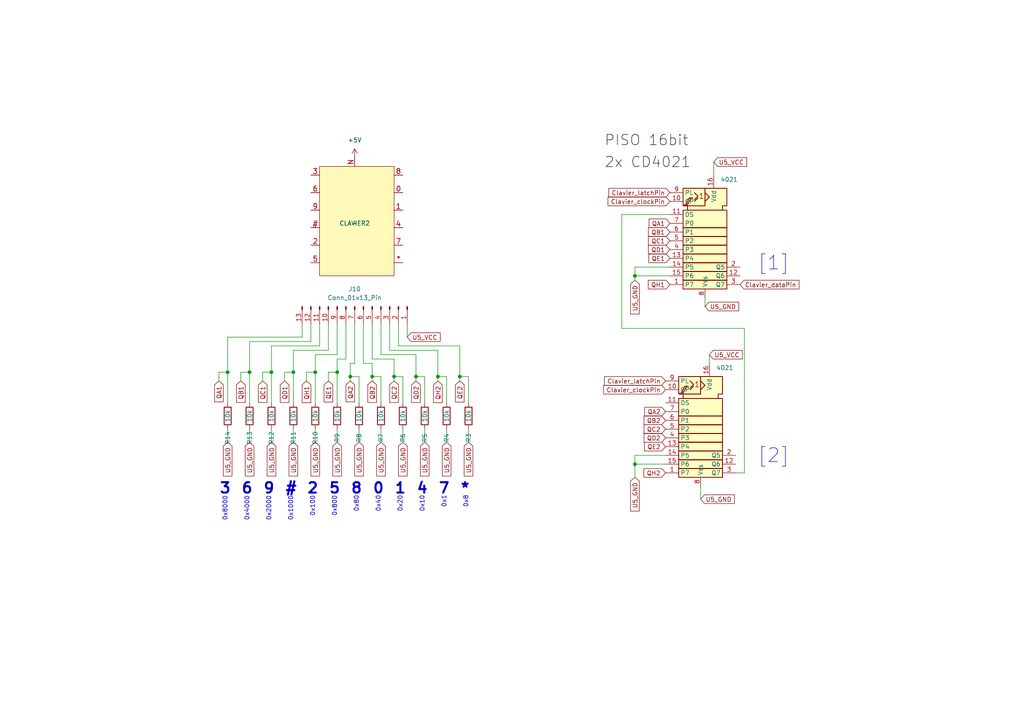
<source format=kicad_sch>
(kicad_sch (version 20230121) (generator eeschema)
  (paper "A4")
  (lib_symbols
    (symbol "4xxx_IEEE:4021"
      (property "Reference" "U" (at 7.62 7.62 0))
      (property "Value" "4021" (at 7.62 -21.59 0))
      (symbol "4021_0_0"
        (polyline (pts (xy -6.096 4.064) (xy -5.08 4.064) (xy -4.064 6.096) (xy -3.556 6.096) (xy -4.572 6.096) (xy -5.588 4.064) (xy -5.588 4.064)) (stroke (width 0.254)) (fill (type background)))
        (text "1" (at -1.016 6.604 0) (effects (font (size 1.524 1.524))))
      )
      (symbol "4021_0_1"
        (rectangle (start -6.35 -17.78) (end 6.35 -20.32) (stroke (width 0.254)) (fill (type background)))
        (rectangle (start -6.35 -15.24) (end 6.35 -17.78) (stroke (width 0.254)) (fill (type background)))
        (rectangle (start -6.35 -12.7) (end 6.35 -15.24) (stroke (width 0.254)) (fill (type background)))
        (rectangle (start -6.35 -10.16) (end 6.35 -12.7) (stroke (width 0.254)) (fill (type background)))
        (rectangle (start -6.35 -7.62) (end 6.35 -10.16) (stroke (width 0.254)) (fill (type background)))
        (rectangle (start -6.35 -5.08) (end 6.35 -7.62) (stroke (width 0.254)) (fill (type background)))
        (rectangle (start -6.35 -2.54) (end 6.35 -5.08) (stroke (width 0.254)) (fill (type background)))
        (rectangle (start -6.35 2.54) (end 6.35 -2.54) (stroke (width 0.254)) (fill (type background)))
        (polyline (pts (xy -3.048 5.08) (xy -2.032 6.096) (xy -2.032 6.096)) (stroke (width 0.254)) (fill (type background)))
        (polyline (pts (xy -3.048 7.62) (xy -2.032 6.604) (xy -3.048 5.588) (xy -3.048 5.588)) (stroke (width 0.254)) (fill (type background)))
        (polyline (pts (xy 0 7.62) (xy 1.27 6.35) (xy 0 5.08) (xy 0 5.08)) (stroke (width 0.254)) (fill (type background)))
        (polyline (pts (xy 0 8.89) (xy 0 3.81) (xy -5.08 3.81) (xy -5.08 3.81)) (stroke (width 0.254)) (fill (type background)))
        (polyline (pts (xy -5.08 2.54) (xy -5.08 3.81) (xy -6.35 3.81) (xy -6.35 8.89) (xy 6.35 8.89) (xy 6.35 3.81) (xy 5.08 3.81) (xy 5.08 2.54) (xy 5.08 2.54)) (stroke (width 0.254)) (fill (type background)))
        (pin power_in line (at 2.54 12.7 270) (length 3.81) (name "Vdd") (number "16"))
        (pin power_in line (at 0 -22.86 90) (length 2.54) (name "Vss") (number "8"))
      )
      (symbol "4021_1_1"
        (pin input line (at -10.16 -19.05 0) (length 3.81) (name "P7") (number "1"))
        (pin output line (at -10.16 5.08 0) (length 3.81) (name "CP") (number "10"))
        (pin output line (at -10.16 1.27 0) (length 3.81) (name "DS") (number "11"))
        (pin output line (at 10.16 -16.51 180) (length 3.81) (name "Q6") (number "12"))
        (pin input line (at -10.16 -11.43 0) (length 3.81) (name "P4") (number "13"))
        (pin input line (at -10.16 -13.97 0) (length 3.81) (name "P5") (number "14"))
        (pin input line (at -10.16 -16.51 0) (length 3.81) (name "P6") (number "15"))
        (pin output line (at 10.16 -13.97 180) (length 3.81) (name "Q5") (number "2"))
        (pin output line (at 10.16 -19.05 180) (length 3.81) (name "Q7") (number "3"))
        (pin input line (at -10.16 -8.89 0) (length 3.81) (name "P3") (number "4"))
        (pin input line (at -10.16 -6.35 0) (length 3.81) (name "P2") (number "5"))
        (pin input line (at -10.16 -3.81 0) (length 3.81) (name "P1") (number "6"))
        (pin input line (at -10.16 -1.27 0) (length 3.81) (name "P0") (number "7"))
        (pin output line (at -10.16 7.62 0) (length 3.81) (name "PL") (number "9"))
      )
    )
    (symbol "CLAV1_1" (pin_names (offset 40))
      (property "Reference" "CLAVIER" (at 0 17.78 0))
      (symbol "CLAV1_1_1_1"
        (rectangle (start -11.43 15.24) (end 10.16 -16.51) (fill (type color) (color 255 249 186 1)))
        (pin input line (at 12.7 1.27 180) (length 2.54) (name "") (number "#"))
        (pin input line (at -13.97 11.43 0) (length 2.54) (name "") (number "*"))
        (pin input line (at -13.97 -8.89 0) (length 2.54) (name "") (number "0"))
        (pin input line (at -13.97 -3.81 0) (length 2.54) (name "") (number "1"))
        (pin input line (at 12.7 6.35 180) (length 2.54) (name "") (number "2"))
        (pin input line (at 12.7 -13.97 180) (length 2.54) (name "") (number "3"))
        (pin input line (at -13.97 1.27 0) (length 2.54) (name "") (number "4"))
        (pin input line (at 12.7 11.43 180) (length 2.54) (name "") (number "5"))
        (pin input line (at 12.7 -8.89 180) (length 2.54) (name "") (number "6"))
        (pin input line (at -13.97 6.35 0) (length 2.54) (name "") (number "7"))
        (pin input line (at -13.97 -13.97 0) (length 2.54) (name "") (number "8"))
        (pin input line (at 12.7 -3.81 180) (length 2.54) (name "") (number "9"))
        (pin power_out line (at 0 -19.05 90) (length 2.54) (name "") (number "N"))
      )
    )
    (symbol "Connector:Conn_01x13_Pin" (pin_names (offset 1.016) hide)
      (property "Reference" "J" (at 0 17.78 0))
      (property "Value" "Conn_01x13_Pin" (at 0 -17.78 0))
      (symbol "Conn_01x13_Pin_1_1"
        (polyline (pts (xy 1.27 -15.24) (xy 0.8636 -15.24)) (stroke (width 0.1524)))
        (polyline (pts (xy 1.27 -12.7) (xy 0.8636 -12.7)) (stroke (width 0.1524)))
        (polyline (pts (xy 1.27 -10.16) (xy 0.8636 -10.16)) (stroke (width 0.1524)))
        (polyline (pts (xy 1.27 -7.62) (xy 0.8636 -7.62)) (stroke (width 0.1524)))
        (polyline (pts (xy 1.27 -5.08) (xy 0.8636 -5.08)) (stroke (width 0.1524)))
        (polyline (pts (xy 1.27 -2.54) (xy 0.8636 -2.54)) (stroke (width 0.1524)))
        (polyline (pts (xy 1.27 0) (xy 0.8636 0)) (stroke (width 0.1524)))
        (polyline (pts (xy 1.27 2.54) (xy 0.8636 2.54)) (stroke (width 0.1524)))
        (polyline (pts (xy 1.27 5.08) (xy 0.8636 5.08)) (stroke (width 0.1524)))
        (polyline (pts (xy 1.27 7.62) (xy 0.8636 7.62)) (stroke (width 0.1524)))
        (polyline (pts (xy 1.27 10.16) (xy 0.8636 10.16)) (stroke (width 0.1524)))
        (polyline (pts (xy 1.27 12.7) (xy 0.8636 12.7)) (stroke (width 0.1524)))
        (polyline (pts (xy 1.27 15.24) (xy 0.8636 15.24)) (stroke (width 0.1524)))
        (rectangle (start 0.8636 -15.113) (end 0 -15.367) (stroke (width 0.1524)) (fill (type outline)))
        (rectangle (start 0.8636 -12.573) (end 0 -12.827) (stroke (width 0.1524)) (fill (type outline)))
        (rectangle (start 0.8636 -10.033) (end 0 -10.287) (stroke (width 0.1524)) (fill (type outline)))
        (rectangle (start 0.8636 -7.493) (end 0 -7.747) (stroke (width 0.1524)) (fill (type outline)))
        (rectangle (start 0.8636 -4.953) (end 0 -5.207) (stroke (width 0.1524)) (fill (type outline)))
        (rectangle (start 0.8636 -2.413) (end 0 -2.667) (stroke (width 0.1524)) (fill (type outline)))
        (rectangle (start 0.8636 0.127) (end 0 -0.127) (stroke (width 0.1524)) (fill (type outline)))
        (rectangle (start 0.8636 2.667) (end 0 2.413) (stroke (width 0.1524)) (fill (type outline)))
        (rectangle (start 0.8636 5.207) (end 0 4.953) (stroke (width 0.1524)) (fill (type outline)))
        (rectangle (start 0.8636 7.747) (end 0 7.493) (stroke (width 0.1524)) (fill (type outline)))
        (rectangle (start 0.8636 10.287) (end 0 10.033) (stroke (width 0.1524)) (fill (type outline)))
        (rectangle (start 0.8636 12.827) (end 0 12.573) (stroke (width 0.1524)) (fill (type outline)))
        (rectangle (start 0.8636 15.367) (end 0 15.113) (stroke (width 0.1524)) (fill (type outline)))
        (pin passive line (at 5.08 15.24 180) (length 3.81) (name "Pin_1") (number "1"))
        (pin passive line (at 5.08 -7.62 180) (length 3.81) (name "Pin_10") (number "10"))
        (pin passive line (at 5.08 -10.16 180) (length 3.81) (name "Pin_11") (number "11"))
        (pin passive line (at 5.08 -12.7 180) (length 3.81) (name "Pin_12") (number "12"))
        (pin passive line (at 5.08 -15.24 180) (length 3.81) (name "Pin_13") (number "13"))
        (pin passive line (at 5.08 12.7 180) (length 3.81) (name "Pin_2") (number "2"))
        (pin passive line (at 5.08 10.16 180) (length 3.81) (name "Pin_3") (number "3"))
        (pin passive line (at 5.08 7.62 180) (length 3.81) (name "Pin_4") (number "4"))
        (pin passive line (at 5.08 5.08 180) (length 3.81) (name "Pin_5") (number "5"))
        (pin passive line (at 5.08 2.54 180) (length 3.81) (name "Pin_6") (number "6"))
        (pin passive line (at 5.08 0 180) (length 3.81) (name "Pin_7") (number "7"))
        (pin passive line (at 5.08 -2.54 180) (length 3.81) (name "Pin_8") (number "8"))
        (pin passive line (at 5.08 -5.08 180) (length 3.81) (name "Pin_9") (number "9"))
      )
    )
    (symbol "Device:R" (pin_numbers hide) (pin_names (offset 0))
      (property "Reference" "R" (at 2.032 0 90))
      (property "Value" "R" (at 0 0 90))
      (symbol "R_0_1"
        (rectangle (start -1.016 -2.54) (end 1.016 2.54) (stroke (width 0.254)))
      )
      (symbol "R_1_1"
        (pin passive line (at 0 3.81 270) (length 1.27) (name "~") (number "1"))
        (pin passive line (at 0 -3.81 90) (length 1.27) (name "~") (number "2"))
      )
    )
    (symbol "power:+5V" (power) (pin_names (offset 0))
      (property "Value" "+5V" (at 0 3.556 0))
      (symbol "+5V_0_1"
        (polyline (pts (xy -0.762 1.27) (xy 0 2.54)))
        (polyline (pts (xy 0 0) (xy 0 2.54)))
        (polyline (pts (xy 0 2.54) (xy 0.762 1.27)))
      )
      (symbol "+5V_1_1"
        (pin power_in line (at 0 0 90) (length 0) hide (name "+5V") (number "1"))
      )
    )
  )
  (junction (at 184.15 134.62))
  (junction (at 184.15 80.01))
  (junction (at 120.65 109.22))
  (junction (at 127 109.22))
  (junction (at 72.39 107.95))
  (junction (at 91.44 107.95))
  (junction (at 133.35 109.22))
  (junction (at 101.6 109.22))
  (junction (at 97.79 107.95))
  (junction (at 85.09 107.95))
  (junction (at 107.95 109.22))
  (junction (at 66.04 107.95))
  (junction (at 78.74 107.95))
  (junction (at 114.3 109.22))
  (wire (pts (xy 205.74 102.87) (xy 205.74 105.41)))
  (wire (pts (xy 203.2 140.97) (xy 203.2 144.78)))
  (wire (pts (xy 123.19 128.27) (xy 123.19 124.46)))
  (wire (pts (xy 85.09 101.6) (xy 85.09 107.95)))
  (wire (pts (xy 97.79 93.98) (xy 97.79 102.87)))
  (wire (pts (xy 107.95 105.41) (xy 107.95 109.22)))
  (wire (pts (xy 91.44 128.27) (xy 91.44 124.46)))
  (wire (pts (xy 127 101.6) (xy 127 109.22)))
  (wire (pts (xy 104.14 128.27) (xy 104.14 124.46)))
  (wire (pts (xy 100.33 104.14) (xy 97.79 104.14)))
  (wire (pts (xy 97.79 102.87) (xy 91.44 102.87)))
  (wire (pts (xy 215.9 95.25) (xy 180.34 95.25)))
  (wire (pts (xy 135.89 116.84) (xy 135.89 109.22)))
  (wire (pts (xy 105.41 105.41) (xy 105.41 93.98)))
  (wire (pts (xy 91.44 107.95) (xy 91.44 116.84)))
  (wire (pts (xy 135.89 109.22) (xy 133.35 109.22)))
  (wire (pts (xy 72.39 107.95) (xy 69.85 107.95)))
  (wire (pts (xy 104.14 109.22) (xy 101.6 109.22)))
  (wire (pts (xy 114.3 104.14) (xy 114.3 109.22)))
  (wire (pts (xy 85.09 107.95) (xy 82.55 107.95)))
  (wire (pts (xy 184.15 80.01) (xy 194.31 80.01)))
  (wire (pts (xy 95.25 101.6) (xy 85.09 101.6)))
  (wire (pts (xy 133.35 100.33) (xy 115.57 100.33)))
  (wire (pts (xy 116.84 128.27) (xy 116.84 124.46)))
  (wire (pts (xy 123.19 116.84) (xy 123.19 109.22)))
  (wire (pts (xy 101.6 109.22) (xy 101.6 110.49)))
  (wire (pts (xy 97.79 128.27) (xy 97.79 124.46)))
  (wire (pts (xy 90.17 93.98) (xy 90.17 99.06)))
  (wire (pts (xy 91.44 102.87) (xy 91.44 107.95)))
  (wire (pts (xy 184.15 134.62) (xy 193.04 134.62)))
  (wire (pts (xy 107.95 104.14) (xy 114.3 104.14)))
  (wire (pts (xy 101.6 105.41) (xy 101.6 109.22)))
  (wire (pts (xy 97.79 104.14) (xy 97.79 107.95)))
  (wire (pts (xy 85.09 128.27) (xy 85.09 124.46)))
  (wire (pts (xy 102.87 105.41) (xy 102.87 93.98)))
  (wire (pts (xy 63.5 107.95) (xy 63.5 110.49)))
  (wire (pts (xy 110.49 102.87) (xy 110.49 93.98)))
  (wire (pts (xy 97.79 107.95) (xy 97.79 116.84)))
  (wire (pts (xy 66.04 107.95) (xy 63.5 107.95)))
  (wire (pts (xy 72.39 99.06) (xy 72.39 107.95)))
  (wire (pts (xy 107.95 93.98) (xy 107.95 104.14)))
  (wire (pts (xy 97.79 107.95) (xy 95.25 107.95)))
  (wire (pts (xy 133.35 109.22) (xy 133.35 110.49)))
  (wire (pts (xy 133.35 100.33) (xy 133.35 109.22)))
  (wire (pts (xy 113.03 101.6) (xy 127 101.6)))
  (wire (pts (xy 87.63 93.98) (xy 87.63 97.79)))
  (wire (pts (xy 91.44 107.95) (xy 88.9 107.95)))
  (wire (pts (xy 100.33 104.14) (xy 100.33 93.98)))
  (wire (pts (xy 204.47 88.9) (xy 204.47 86.36)))
  (wire (pts (xy 129.54 109.22) (xy 127 109.22)))
  (wire (pts (xy 129.54 128.27) (xy 129.54 124.46)))
  (wire (pts (xy 104.14 116.84) (xy 104.14 109.22)))
  (wire (pts (xy 107.95 105.41) (xy 105.41 105.41)))
  (wire (pts (xy 116.84 116.84) (xy 116.84 109.22)))
  (wire (pts (xy 69.85 107.95) (xy 69.85 110.49)))
  (wire (pts (xy 184.15 132.08) (xy 193.04 132.08)))
  (wire (pts (xy 107.95 109.22) (xy 107.95 110.49)))
  (wire (pts (xy 180.34 62.23) (xy 194.31 62.23)))
  (wire (pts (xy 115.57 100.33) (xy 115.57 93.98)))
  (wire (pts (xy 135.89 128.27) (xy 135.89 124.46)))
  (wire (pts (xy 78.74 107.95) (xy 76.2 107.95)))
  (wire (pts (xy 184.15 77.47) (xy 184.15 80.01)))
  (wire (pts (xy 85.09 107.95) (xy 85.09 116.84)))
  (wire (pts (xy 180.34 95.25) (xy 180.34 62.23)))
  (wire (pts (xy 66.04 128.27) (xy 66.04 124.46)))
  (wire (pts (xy 66.04 97.79) (xy 66.04 107.95)))
  (wire (pts (xy 120.65 102.87) (xy 110.49 102.87)))
  (wire (pts (xy 184.15 81.28) (xy 184.15 80.01)))
  (wire (pts (xy 92.71 100.33) (xy 78.74 100.33)))
  (wire (pts (xy 72.39 107.95) (xy 72.39 116.84)))
  (wire (pts (xy 72.39 128.27) (xy 72.39 124.46)))
  (wire (pts (xy 110.49 116.84) (xy 110.49 109.22)))
  (wire (pts (xy 213.36 137.16) (xy 215.9 137.16)))
  (wire (pts (xy 78.74 128.27) (xy 78.74 124.46)))
  (wire (pts (xy 184.15 138.43) (xy 184.15 134.62)))
  (wire (pts (xy 114.3 109.22) (xy 114.3 110.49)))
  (wire (pts (xy 120.65 102.87) (xy 120.65 109.22)))
  (wire (pts (xy 215.9 137.16) (xy 215.9 95.25)))
  (wire (pts (xy 82.55 107.95) (xy 82.55 110.49)))
  (wire (pts (xy 88.9 107.95) (xy 88.9 110.49)))
  (wire (pts (xy 92.71 100.33) (xy 92.71 93.98)))
  (wire (pts (xy 66.04 107.95) (xy 66.04 116.84)))
  (wire (pts (xy 184.15 134.62) (xy 184.15 132.08)))
  (wire (pts (xy 90.17 99.06) (xy 72.39 99.06)))
  (wire (pts (xy 118.11 97.79) (xy 118.11 93.98)))
  (wire (pts (xy 110.49 128.27) (xy 110.49 124.46)))
  (wire (pts (xy 87.63 97.79) (xy 66.04 97.79)))
  (wire (pts (xy 127 109.22) (xy 127 110.49)))
  (wire (pts (xy 110.49 109.22) (xy 107.95 109.22)))
  (wire (pts (xy 123.19 109.22) (xy 120.65 109.22)))
  (wire (pts (xy 116.84 109.22) (xy 114.3 109.22)))
  (wire (pts (xy 76.2 110.49) (xy 76.2 107.95)))
  (wire (pts (xy 78.74 107.95) (xy 78.74 116.84)))
  (wire (pts (xy 207.01 46.99) (xy 207.01 50.8)))
  (wire (pts (xy 95.25 93.98) (xy 95.25 101.6)))
  (wire (pts (xy 113.03 93.98) (xy 113.03 101.6)))
  (wire (pts (xy 95.25 107.95) (xy 95.25 110.49)))
  (wire (pts (xy 78.74 100.33) (xy 78.74 107.95)))
  (wire (pts (xy 129.54 116.84) (xy 129.54 109.22)))
  (wire (pts (xy 194.31 77.47) (xy 184.15 77.47)))
  (wire (pts (xy 120.65 109.22) (xy 120.65 110.49)))
  (wire (pts (xy 101.6 105.41) (xy 102.87 105.41)))
  (text "2" (at 88.9 143.51 0) (effects (font (size 3 3) (thickness 0.6) bold) (justify left bottom)))
  (text "0x80" (at 104.14 148.59 90) (effects (font (size 1.27 1.27)) (justify left bottom)))
  (text "0x4000" (at 72.39 151.13 90) (effects (font (size 1.27 1.27)) (justify left bottom)))
  (text "0x800" (at 97.79 149.86 90) (effects (font (size 1.27 1.27)) (justify left bottom)))
  (text "0x8" (at 135.89 147.32 90) (effects (font (size 1.27 1.27)) (justify left bottom)))
  (text "[2]" (at 219.71 134.62 0) (effects (font (size 4 4)) (justify left bottom)))
  (text "1" (at 114.3 143.51 0) (effects (font (size 3 3) (thickness 0.6) bold) (justify left bottom)))
  (text "0" (at 107.95 143.51 0) (effects (font (size 3 3) (thickness 0.6) bold) (justify left bottom)))
  (text "7" (at 127 143.51 0) (effects (font (size 3 3) (thickness 0.6) bold) (justify left bottom)))
  (text "0x1" (at 129.54 147.32 90) (effects (font (size 1.27 1.27)) (justify left bottom)))
  (text "0x2000" (at 78.74 151.13 90) (effects (font (size 1.27 1.27)) (justify left bottom)))
  (text "0x40" (at 110.49 148.59 90) (effects (font (size 1.27 1.27)) (justify left bottom)))
  (text "8" (at 101.6 143.51 0) (effects (font (size 3 3) (thickness 0.6) bold) (justify left bottom)))
  (text "#" (at 82.55 143.51 0) (effects (font (size 3 3) (thickness 0.6) bold) (justify left bottom)))
  (text "0x20" (at 116.84 148.59 90) (effects (font (size 1.27 1.27)) (justify left bottom)))
  (text "[1]" (at 219.71 78.74 0) (effects (font (size 4 4)) (justify left bottom)))
  (text "3" (at 63.5 143.51 0) (effects (font (size 3 3) (thickness 0.6) bold) (justify left bottom)))
  (text "0x8000" (at 66.04 151.13 90) (effects (font (size 1.27 1.27)) (justify left bottom)))
  (text "5" (at 95.25 143.51 0) (effects (font (size 3 3) (thickness 0.6) bold) (justify left bottom)))
  (text "*" (at 133.35 143.51 0) (effects (font (size 3 3) (thickness 0.6) bold) (justify left bottom)))
  (text "9" (at 76.2 143.51 0) (effects (font (size 3 3) (thickness 0.6) bold) (justify left bottom)))
  (text "0x1000" (at 85.09 151.13 90) (effects (font (size 1.27 1.27)) (justify left bottom)))
  (text "0x100" (at 91.44 149.86 90) (effects (font (size 1.27 1.27)) (justify left bottom)))
  (text "4" (at 120.65 143.51 0) (effects (font (size 3 3) (thickness 0.6) bold) (justify left bottom)))
  (text "0x10" (at 123.19 148.59 90) (effects (font (size 1.27 1.27)) (justify left bottom)))
  (text "6" (at 69.85 143.51 0) (effects (font (size 3 3) (thickness 0.6) bold) (justify left bottom)))
  (label "2x CD4021" (at 175.26 49.53 0) (effects (font (size 3 3))))
  (label "PISO 16bit" (at 175.26 43.18 0) (effects (font (size 3 3))))
  (global_label "QE2" (shape input) (at 193.04 129.54 180) (property "Intersheetrefs" "${INTERSHEET_REFS}" (effects hide)))
  (global_label "QA1" (shape input) (at 194.31 64.77 180) (property "Intersheetrefs" "${INTERSHEET_REFS}" (effects hide)))
  (global_label "QH1" (shape input) (at 88.9 110.49 270) (property "Intersheetrefs" "${INTERSHEET_REFS}" (effects hide)))
  (global_label "Clavier_latchPin" (shape input) (at 194.31 55.88 180) (property "Intersheetrefs" "${INTERSHEET_REFS}" (effects hide)))
  (global_label "QC2" (shape input) (at 193.04 124.46 180) (property "Intersheetrefs" "${INTERSHEET_REFS}" (effects hide)))
  (global_label "Clavier_dataPin" (shape input) (at 214.63 82.55 0) (property "Intersheetrefs" "${INTERSHEET_REFS}" (effects hide)))
  (global_label "U5_GND" (shape input) (at 184.15 138.43 270) (property "Intersheetrefs" "${INTERSHEET_REFS}" (effects hide)))
  (global_label "QA2" (shape input) (at 101.6 110.49 270) (property "Intersheetrefs" "${INTERSHEET_REFS}" (effects hide)))
  (global_label "QB1" (shape input) (at 194.31 67.31 180) (property "Intersheetrefs" "${INTERSHEET_REFS}" (effects hide)))
  (global_label "Clavier_latchPin" (shape input) (at 193.04 110.49 180) (property "Intersheetrefs" "${INTERSHEET_REFS}" (effects hide)))
  (global_label "U5_VCC" (shape input) (at 118.11 97.79 0) (property "Intersheetrefs" "${INTERSHEET_REFS}" (effects hide)))
  (global_label "U5_GND" (shape input) (at 116.84 128.27 270) (property "Intersheetrefs" "${INTERSHEET_REFS}" (effects hide)))
  (global_label "QD2" (shape input) (at 193.04 127 180) (property "Intersheetrefs" "${INTERSHEET_REFS}" (effects hide)))
  (global_label "QB1" (shape input) (at 69.85 110.49 270) (property "Intersheetrefs" "${INTERSHEET_REFS}" (effects hide)))
  (global_label "Clavier_clockPin" (shape input) (at 193.04 113.03 180) (property "Intersheetrefs" "${INTERSHEET_REFS}" (effects hide)))
  (global_label "QE1" (shape input) (at 95.25 110.49 270) (property "Intersheetrefs" "${INTERSHEET_REFS}" (effects hide)))
  (global_label "U5_GND" (shape input) (at 85.09 128.27 270) (property "Intersheetrefs" "${INTERSHEET_REFS}" (effects hide)))
  (global_label "U5_GND" (shape input) (at 184.15 81.28 270) (property "Intersheetrefs" "${INTERSHEET_REFS}" (effects hide)))
  (global_label "QH2" (shape input) (at 127 110.49 270) (property "Intersheetrefs" "${INTERSHEET_REFS}" (effects hide)))
  (global_label "U5_GND" (shape input) (at 91.44 128.27 270) (property "Intersheetrefs" "${INTERSHEET_REFS}" (effects hide)))
  (global_label "QB2" (shape input) (at 107.95 110.49 270) (property "Intersheetrefs" "${INTERSHEET_REFS}" (effects hide)))
  (global_label "QD2" (shape input) (at 120.65 110.49 270) (property "Intersheetrefs" "${INTERSHEET_REFS}" (effects hide)))
  (global_label "QC1" (shape input) (at 76.2 110.49 270) (property "Intersheetrefs" "${INTERSHEET_REFS}" (effects hide)))
  (global_label "QD1" (shape input) (at 82.55 110.49 270) (property "Intersheetrefs" "${INTERSHEET_REFS}" (effects hide)))
  (global_label "U5_GND" (shape input) (at 203.2 144.78 0) (property "Intersheetrefs" "${INTERSHEET_REFS}" (effects hide)))
  (global_label "U5_GND" (shape input) (at 72.39 128.27 270) (property "Intersheetrefs" "${INTERSHEET_REFS}" (effects hide)))
  (global_label "QB2" (shape input) (at 193.04 121.92 180) (property "Intersheetrefs" "${INTERSHEET_REFS}" (effects hide)))
  (global_label "U5_VCC" (shape input) (at 205.74 102.87 0) (property "Intersheetrefs" "${INTERSHEET_REFS}" (effects hide)))
  (global_label "U5_VCC" (shape input) (at 207.01 46.99 0) (property "Intersheetrefs" "${INTERSHEET_REFS}" (effects hide)))
  (global_label "U5_GND" (shape input) (at 97.79 128.27 270) (property "Intersheetrefs" "${INTERSHEET_REFS}" (effects hide)))
  (global_label "QH2" (shape input) (at 193.04 137.16 180) (property "Intersheetrefs" "${INTERSHEET_REFS}" (effects hide)))
  (global_label "QC2" (shape input) (at 114.3 110.49 270) (property "Intersheetrefs" "${INTERSHEET_REFS}" (effects hide)))
  (global_label "QE1" (shape input) (at 194.31 74.93 180) (property "Intersheetrefs" "${INTERSHEET_REFS}" (effects hide)))
  (global_label "U5_GND" (shape input) (at 104.14 128.27 270) (property "Intersheetrefs" "${INTERSHEET_REFS}" (effects hide)))
  (global_label "QE2" (shape input) (at 133.35 110.49 270) (property "Intersheetrefs" "${INTERSHEET_REFS}" (effects hide)))
  (global_label "QC1" (shape input) (at 194.31 69.85 180) (property "Intersheetrefs" "${INTERSHEET_REFS}" (effects hide)))
  (global_label "Clavier_clockPin" (shape input) (at 194.31 58.42 180) (property "Intersheetrefs" "${INTERSHEET_REFS}" (effects hide)))
  (global_label "U5_GND" (shape input) (at 204.47 88.9 0) (property "Intersheetrefs" "${INTERSHEET_REFS}" (effects hide)))
  (global_label "U5_GND" (shape input) (at 129.54 128.27 270) (property "Intersheetrefs" "${INTERSHEET_REFS}" (effects hide)))
  (global_label "U5_GND" (shape input) (at 135.89 128.27 270) (property "Intersheetrefs" "${INTERSHEET_REFS}" (effects hide)))
  (global_label "QD1" (shape input) (at 194.31 72.39 180) (property "Intersheetrefs" "${INTERSHEET_REFS}" (effects hide)))
  (global_label "U5_GND" (shape input) (at 66.04 128.27 270) (property "Intersheetrefs" "${INTERSHEET_REFS}" (effects hide)))
  (global_label "U5_GND" (shape input) (at 110.49 128.27 270) (property "Intersheetrefs" "${INTERSHEET_REFS}" (effects hide)))
  (global_label "U5_GND" (shape input) (at 123.19 128.27 270) (property "Intersheetrefs" "${INTERSHEET_REFS}" (effects hide)))
  (global_label "QA2" (shape input) (at 193.04 119.38 180) (property "Intersheetrefs" "${INTERSHEET_REFS}" (effects hide)))
  (global_label "QA1" (shape input) (at 63.5 110.49 270) (property "Intersheetrefs" "${INTERSHEET_REFS}" (effects hide)))
  (global_label "QH1" (shape input) (at 194.31 82.55 180) (property "Intersheetrefs" "${INTERSHEET_REFS}" (effects hide)))
  (global_label "U5_GND" (shape input) (at 78.74 128.27 270) (property "Intersheetrefs" "${INTERSHEET_REFS}" (effects hide)))
  (symbol (lib_id "power:+5V") (at 102.87 45.72 0) (unit 1) (in_bom no) (on_board no)
    (property "Reference" "#PWR020" (effects hide))
    (property "Value" "+5V" (at 102.87 40.64 0))
    (instances (project "MaisonEtape1" (path "" (reference "#PWR020") (unit 1)) (path "" (reference "#PWR032") (unit 1))))
  )
  (symbol (lib_id "Device:R") (at 78.74 120.65 0) (mirror x) (unit 1)
    (property "Reference" "R12" (at 78.74 127 90))
    (property "Value" "10k" (at 78.74 120.65 90))
    (property "Footprint" "Resistor_SMD:R_0805_2012Metric_Pad1.20x1.40mm_HandSolder" (effects hide))
    (instances (project "MaisonEtape1" (path "" (reference "R12") (unit 1)) (path "" (reference "R9") (unit 1))))
  )
  (symbol (lib_id "4xxx_IEEE:4021") (at 203.2 118.11 0) (unit 1)
    (property "Reference" "U7" (effects hide))
    (property "Value" "4021" (at 207.6959 106.68 0) (effects (justify left)))
    (property "Footprint" "Package_DIP:DIP-16_W7.62mm_LongPads" (effects hide))
  )
  (symbol (lib_id "Device:R") (at 85.09 120.65 0) (mirror x) (unit 1)
    (property "Reference" "R11" (at 85.09 127 90))
    (property "Value" "10k" (at 85.09 120.65 90))
    (property "Footprint" "Resistor_SMD:R_0805_2012Metric_Pad1.20x1.40mm_HandSolder" (effects hide))
    (instances (project "MaisonEtape1" (path "" (reference "R11") (unit 1)) (path "" (reference "R7") (unit 1))))
  )
  (symbol (lib_id "Device:R") (at 104.14 120.65 180) (unit 1)
    (property "Reference" "R8" (at 104.14 127 90))
    (property "Value" "10k" (at 104.14 120.65 90))
    (property "Footprint" "Resistor_SMD:R_0805_2012Metric_Pad1.20x1.40mm_HandSolder" (effects hide))
    (instances (project "MaisonEtape1" (path "" (reference "R8") (unit 1)) (path "" (reference "R14") (unit 1))))
  )
  (symbol (lib_id "Device:R") (at 135.89 120.65 180) (unit 1)
    (property "Reference" "R3" (at 135.89 127 90))
    (property "Value" "10k" (at 135.89 120.65 90))
    (property "Footprint" "Resistor_SMD:R_0805_2012Metric_Pad1.20x1.40mm_HandSolder" (effects hide))
    (instances (project "MaisonEtape1" (path "" (reference "R3") (unit 1)) (path "" (reference "R4") (unit 1))))
  )
  (symbol (lib_id "Device:R") (at 123.19 120.65 180) (unit 1)
    (property "Reference" "R5" (at 123.19 127 90))
    (property "Value" "10k" (at 123.19 120.65 90))
    (property "Footprint" "Resistor_SMD:R_0805_2012Metric_Pad1.20x1.40mm_HandSolder" (effects hide))
    (instances (project "MaisonEtape1" (path "" (reference "R5") (unit 1)) (path "" (reference "R8") (unit 1))))
  )
  (symbol (lib_id "Device:R") (at 66.04 120.65 0) (mirror x) (unit 1)
    (property "Reference" "R14" (at 66.04 127 90))
    (property "Value" "10k" (at 66.04 120.65 90))
    (property "Footprint" "Resistor_SMD:R_0805_2012Metric_Pad1.20x1.40mm_HandSolder" (effects hide))
    (instances (project "MaisonEtape1" (path "" (reference "R14") (unit 1)) (path "" (reference "R13") (unit 1))))
  )
  (symbol (lib_id "Device:R") (at 72.39 120.65 0) (mirror x) (unit 1)
    (property "Reference" "R13" (at 72.39 127 90))
    (property "Value" "10k" (at 72.39 120.65 90))
    (property "Footprint" "Resistor_SMD:R_0805_2012Metric_Pad1.20x1.40mm_HandSolder" (effects hide))
    (instances (project "MaisonEtape1" (path "" (reference "R13") (unit 1)) (path "" (reference "R11") (unit 1))))
  )
  (symbol (lib_id "Device:R") (at 110.49 120.65 180) (unit 1)
    (property "Reference" "R7" (at 110.49 127 90))
    (property "Value" "10k" (at 110.49 120.65 90))
    (property "Footprint" "Resistor_SMD:R_0805_2012Metric_Pad1.20x1.40mm_HandSolder" (effects hide))
    (instances (project "MaisonEtape1" (path "" (reference "R7") (unit 1)) (path "" (reference "R12") (unit 1))))
  )
  (symbol (lib_id "4xxx_IEEE:4021") (at 204.47 63.5 0) (unit 1)
    (property "Reference" "U6" (effects hide))
    (property "Value" "4021" (at 208.9659 52.07 0) (effects (justify left)))
    (property "Footprint" "Package_DIP:DIP-16_W7.62mm_LongPads" (effects hide))
  )
  (symbol (lib_name "CLAV1_1") (lib_id "New_Library:CLAV1") (at 102.87 64.77 180) (unit 1) (in_bom no) (on_board no)
    (property "Reference" "CLAVIER2" (at 102.87 64.77 0))
    (property "Value" "~" (at 102.87 64.77 0))
    (instances (project "MaisonEtape1" (path "" (reference "CLAVIER2") (unit 1)) (path "" (reference "CLAVIER1") (unit 1))))
  )
  (symbol (lib_id "Device:R") (at 116.84 120.65 180) (unit 1)
    (property "Reference" "R6" (at 116.84 127 90))
    (property "Value" "10k" (at 116.84 120.65 90))
    (property "Footprint" "Resistor_SMD:R_0805_2012Metric_Pad1.20x1.40mm_HandSolder" (effects hide))
    (instances (project "MaisonEtape1" (path "" (reference "R6") (unit 1)) (path "" (reference "R10") (unit 1))))
  )
  (symbol (lib_id "Device:R") (at 91.44 120.65 0) (mirror x) (unit 1)
    (property "Reference" "R10" (at 91.44 127 90))
    (property "Value" "10k" (at 91.44 120.65 90))
    (property "Footprint" "Resistor_SMD:R_0805_2012Metric_Pad1.20x1.40mm_HandSolder" (effects hide))
    (instances (project "MaisonEtape1" (path "" (reference "R10") (unit 1)) (path "" (reference "R5") (unit 1))))
  )
  (symbol (lib_id "Connector:Conn_01x13_Pin") (at 102.87 88.9 270) (unit 1)
    (property "Reference" "J10" (at 102.87 83.82 90))
    (property "Value" "Conn_01x13_Pin" (at 102.87 86.36 90))
    (property "Footprint" "Connector_PinHeader_2.54mm:PinHeader_1x13_P2.54mm_Vertical" (effects hide))
  )
  (symbol (lib_id "Device:R") (at 97.79 120.65 0) (mirror x) (unit 1)
    (property "Reference" "R9" (at 97.79 127 90))
    (property "Value" "10k" (at 97.79 120.65 90))
    (property "Footprint" "Resistor_SMD:R_0805_2012Metric_Pad1.20x1.40mm_HandSolder" (effects hide))
    (instances (project "MaisonEtape1" (path "" (reference "R9") (unit 1)) (path "" (reference "R3") (unit 1))))
  )
  (symbol (lib_id "Device:R") (at 129.54 120.65 180) (unit 1)
    (property "Reference" "R4" (at 129.54 127 90))
    (property "Value" "10k" (at 129.54 120.65 90))
    (property "Footprint" "Resistor_SMD:R_0805_2012Metric_Pad1.20x1.40mm_HandSolder" (effects hide))
    (instances (project "MaisonEtape1" (path "" (reference "R4") (unit 1)) (path "" (reference "R6") (unit 1))))
  )
)
</source>
